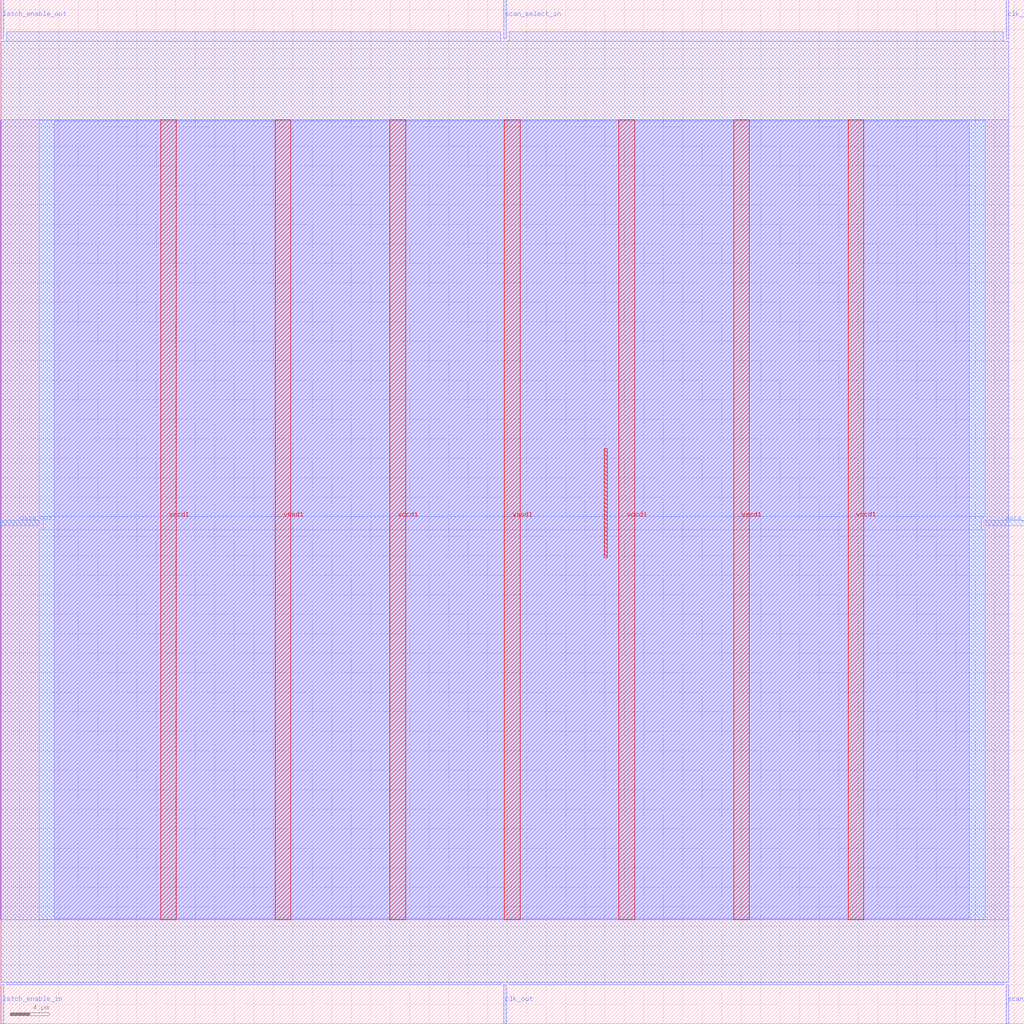
<source format=lef>
VERSION 5.7 ;
  NOWIREEXTENSIONATPIN ON ;
  DIVIDERCHAR "/" ;
  BUSBITCHARS "[]" ;
MACRO scan_wrapper_341359404107432531
  CLASS BLOCK ;
  FOREIGN scan_wrapper_341359404107432531 ;
  ORIGIN 0.000 0.000 ;
  SIZE 105.000 BY 105.000 ;
  PIN clk_in
    DIRECTION INPUT ;
    USE SIGNAL ;
    PORT
      LAYER met2 ;
        RECT 103.130 101.000 103.410 105.000 ;
    END
  END clk_in
  PIN clk_out
    DIRECTION OUTPUT TRISTATE ;
    USE SIGNAL ;
    PORT
      LAYER met2 ;
        RECT 51.610 0.000 51.890 4.000 ;
    END
  END clk_out
  PIN data_in
    DIRECTION INPUT ;
    USE SIGNAL ;
    PORT
      LAYER met3 ;
        RECT 101.000 51.040 105.000 51.640 ;
    END
  END data_in
  PIN data_out
    DIRECTION OUTPUT TRISTATE ;
    USE SIGNAL ;
    PORT
      LAYER met3 ;
        RECT 0.000 51.040 4.000 51.640 ;
    END
  END data_out
  PIN latch_enable_in
    DIRECTION INPUT ;
    USE SIGNAL ;
    PORT
      LAYER met2 ;
        RECT 0.090 0.000 0.370 4.000 ;
    END
  END latch_enable_in
  PIN latch_enable_out
    DIRECTION OUTPUT TRISTATE ;
    USE SIGNAL ;
    PORT
      LAYER met2 ;
        RECT 0.090 101.000 0.370 105.000 ;
    END
  END latch_enable_out
  PIN scan_select_in
    DIRECTION INPUT ;
    USE SIGNAL ;
    PORT
      LAYER met2 ;
        RECT 51.610 101.000 51.890 105.000 ;
    END
  END scan_select_in
  PIN scan_select_out
    DIRECTION OUTPUT TRISTATE ;
    USE SIGNAL ;
    PORT
      LAYER met2 ;
        RECT 103.130 0.000 103.410 4.000 ;
    END
  END scan_select_out
  PIN vccd1
    DIRECTION INOUT ;
    USE POWER ;
    PORT
      LAYER met4 ;
        RECT 16.465 10.640 18.065 92.720 ;
    END
    PORT
      LAYER met4 ;
        RECT 39.955 10.640 41.555 92.720 ;
    END
    PORT
      LAYER met4 ;
        RECT 63.445 10.640 65.045 92.720 ;
    END
    PORT
      LAYER met4 ;
        RECT 86.935 10.640 88.535 92.720 ;
    END
  END vccd1
  PIN vssd1
    DIRECTION INOUT ;
    USE GROUND ;
    PORT
      LAYER met4 ;
        RECT 28.210 10.640 29.810 92.720 ;
    END
    PORT
      LAYER met4 ;
        RECT 51.700 10.640 53.300 92.720 ;
    END
    PORT
      LAYER met4 ;
        RECT 75.190 10.640 76.790 92.720 ;
    END
  END vssd1
  OBS
      LAYER li1 ;
        RECT 5.520 10.795 99.360 92.565 ;
      LAYER met1 ;
        RECT 0.070 10.640 103.430 92.720 ;
      LAYER met2 ;
        RECT 0.650 100.720 51.330 101.730 ;
        RECT 52.170 100.720 102.850 101.730 ;
        RECT 0.100 4.280 103.400 100.720 ;
        RECT 0.650 4.000 51.330 4.280 ;
        RECT 52.170 4.000 102.850 4.280 ;
      LAYER met3 ;
        RECT 4.000 52.040 101.000 92.645 ;
        RECT 4.400 50.640 100.600 52.040 ;
        RECT 4.000 10.715 101.000 50.640 ;
      LAYER met4 ;
        RECT 61.935 47.775 62.265 58.985 ;
  END
END scan_wrapper_341359404107432531
END LIBRARY


</source>
